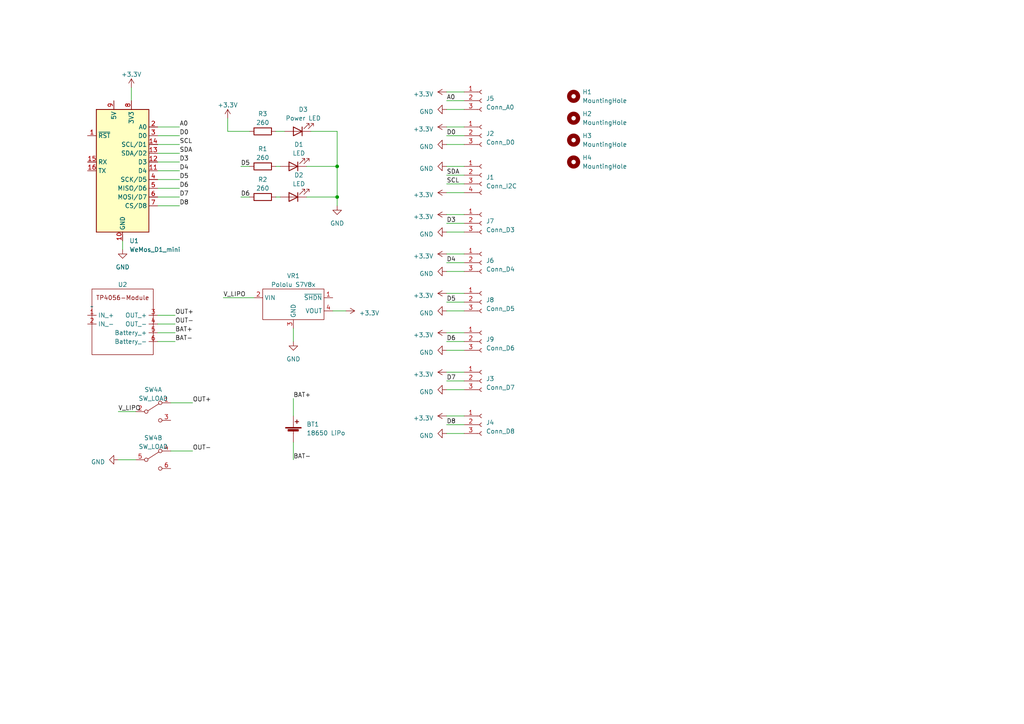
<source format=kicad_sch>
(kicad_sch (version 20230121) (generator eeschema)
  (paper "A4")
  (lib_symbols
    (symbol "Connector:Conn_01x03_Socket" (pin_names (offset 1.016) hide)
      (property "Reference" "J" (at 0 5.08 0))
      (property "Value" "Conn_01x03_Socket" (at 0 -5.08 0))
      (symbol "Conn_01x03_Socket_1_1"
        (arc (start 0 -2.032) (mid -0.5058 -2.54) (end 0 -3.048) (stroke (width 0.1524)))
        (polyline (pts (xy -1.27 -2.54) (xy -0.508 -2.54)) (stroke (width 0.1524)))
        (polyline (pts (xy -1.27 0) (xy -0.508 0)) (stroke (width 0.1524)))
        (polyline (pts (xy -1.27 2.54) (xy -0.508 2.54)) (stroke (width 0.1524)))
        (arc (start 0 0.508) (mid -0.5058 0) (end 0 -0.508) (stroke (width 0.1524)))
        (arc (start 0 3.048) (mid -0.5058 2.54) (end 0 2.032) (stroke (width 0.1524)))
        (pin passive line (at -5.08 2.54 0) (length 3.81) (name "Pin_1") (number "1"))
        (pin passive line (at -5.08 0 0) (length 3.81) (name "Pin_2") (number "2"))
        (pin passive line (at -5.08 -2.54 0) (length 3.81) (name "Pin_3") (number "3"))
      )
    )
    (symbol "Connector:Conn_01x04_Socket" (pin_names (offset 1.016) hide)
      (property "Reference" "J" (at 0 5.08 0))
      (property "Value" "Conn_01x04_Socket" (at 0 -7.62 0))
      (symbol "Conn_01x04_Socket_1_1"
        (arc (start 0 -4.572) (mid -0.5058 -5.08) (end 0 -5.588) (stroke (width 0.1524)))
        (arc (start 0 -2.032) (mid -0.5058 -2.54) (end 0 -3.048) (stroke (width 0.1524)))
        (polyline (pts (xy -1.27 -5.08) (xy -0.508 -5.08)) (stroke (width 0.1524)))
        (polyline (pts (xy -1.27 -2.54) (xy -0.508 -2.54)) (stroke (width 0.1524)))
        (polyline (pts (xy -1.27 0) (xy -0.508 0)) (stroke (width 0.1524)))
        (polyline (pts (xy -1.27 2.54) (xy -0.508 2.54)) (stroke (width 0.1524)))
        (arc (start 0 0.508) (mid -0.5058 0) (end 0 -0.508) (stroke (width 0.1524)))
        (arc (start 0 3.048) (mid -0.5058 2.54) (end 0 2.032) (stroke (width 0.1524)))
        (pin passive line (at -5.08 2.54 0) (length 3.81) (name "Pin_1") (number "1"))
        (pin passive line (at -5.08 0 0) (length 3.81) (name "Pin_2") (number "2"))
        (pin passive line (at -5.08 -2.54 0) (length 3.81) (name "Pin_3") (number "3"))
        (pin passive line (at -5.08 -5.08 0) (length 3.81) (name "Pin_4") (number "4"))
      )
    )
    (symbol "Device:Battery_Cell" (pin_numbers hide) (pin_names (offset 0) hide)
      (property "Reference" "BT" (at 2.54 2.54 0))
      (property "Value" "Battery_Cell" (at 2.54 0 0))
      (symbol "Battery_Cell_0_1"
        (rectangle (start -2.286 1.778) (end 2.286 1.524) (fill (type outline)))
        (rectangle (start -1.5748 1.1938) (end 1.4732 0.6858) (fill (type outline)))
        (polyline (pts (xy 0 0.762) (xy 0 0)))
        (polyline (pts (xy 0 1.778) (xy 0 2.54)))
        (polyline (pts (xy 0.508 3.429) (xy 1.524 3.429)) (stroke (width 0.254)))
        (polyline (pts (xy 1.016 3.937) (xy 1.016 2.921)) (stroke (width 0.254)))
      )
      (symbol "Battery_Cell_1_1"
        (pin passive line (at 0 5.08 270) (length 2.54) (name "+") (number "1"))
        (pin passive line (at 0 -2.54 90) (length 2.54) (name "-") (number "2"))
      )
    )
    (symbol "Device:LED" (pin_numbers hide) (pin_names (offset 1.016) hide)
      (property "Reference" "D" (at 0 2.54 0))
      (property "Value" "LED" (at 0 -2.54 0))
      (symbol "LED_0_1"
        (polyline (pts (xy -1.27 -1.27) (xy -1.27 1.27)) (stroke (width 0.254)))
        (polyline (pts (xy -1.27 0) (xy 1.27 0)))
        (polyline (pts (xy 1.27 -1.27) (xy 1.27 1.27) (xy -1.27 0) (xy 1.27 -1.27)) (stroke (width 0.254)))
        (polyline (pts (xy -3.048 -0.762) (xy -4.572 -2.286) (xy -3.81 -2.286) (xy -4.572 -2.286) (xy -4.572 -1.524)))
        (polyline (pts (xy -1.778 -0.762) (xy -3.302 -2.286) (xy -2.54 -2.286) (xy -3.302 -2.286) (xy -3.302 -1.524)))
      )
      (symbol "LED_1_1"
        (pin passive line (at -3.81 0 0) (length 2.54) (name "K") (number "1"))
        (pin passive line (at 3.81 0 180) (length 2.54) (name "A") (number "2"))
      )
    )
    (symbol "Device:R" (pin_numbers hide) (pin_names (offset 0))
      (property "Reference" "R" (at 2.032 0 90))
      (property "Value" "R" (at 0 0 90))
      (symbol "R_0_1"
        (rectangle (start -1.016 -2.54) (end 1.016 2.54) (stroke (width 0.254)))
      )
      (symbol "R_1_1"
        (pin passive line (at 0 3.81 270) (length 1.27) (name "~") (number "1"))
        (pin passive line (at 0 -3.81 90) (length 1.27) (name "~") (number "2"))
      )
    )
    (symbol "HB-Custom-Parts:Pololu_S7V8x_Voltage_Regulator" (in_bom no)
      (property "Reference" "VR" (at -6.35 6.35 0))
      (property "Value" "Pololu S7V8x" (at 10.16 6.35 0))
      (symbol "Pololu_S7V8x_Voltage_Regulator_0_1"
        (rectangle (start -7.62 5.08) (end 10.16 -3.81))
      )
      (symbol "Pololu_S7V8x_Voltage_Regulator_1_1"
        (pin passive line (at 12.7 2.54 180) (length 2.54) (name "~{SHDN}") (number "1"))
        (pin power_in line (at -10.16 2.54 0) (length 2.54) (name "VIN") (number "2"))
        (pin power_in line (at 1.27 -6.35 90) (length 2.54) (name "GND") (number "3"))
        (pin power_out line (at 12.7 -1.27 180) (length 2.54) (name "VOUT") (number "4"))
      )
    )
    (symbol "HB-Custom-Parts:TP4056-Module"
      (property "Reference" "U" (at 0 0 0))
      (symbol "TP4056-Module_0_1"
        (rectangle (start -7.62 10.16) (end 10.16 -8.89))
      )
      (symbol "TP4056-Module_1_1"
        (text "TP4056-Module" (at 1.27 7.62 0) (effects (font (size 1.27 1.27))))
        (pin power_in line (at -8.89 2.54 0) (length 2.54) (name "IN_+") (number "1"))
        (pin power_in line (at -8.89 0 0) (length 2.54) (name "IN_-") (number "2"))
        (pin power_out line (at 11.43 2.54 180) (length 2.54) (name "OUT_+") (number "3"))
        (pin power_out line (at 11.43 0 180) (length 2.54) (name "OUT_-") (number "4"))
        (pin bidirectional line (at 11.43 -2.54 180) (length 2.54) (name "Battery_+") (number "5"))
        (pin bidirectional line (at 11.43 -5.08 180) (length 2.54) (name "Battery_-") (number "6"))
      )
    )
    (symbol "MCU_Module:WeMos_D1_mini"
      (property "Reference" "U" (at 3.81 19.05 0))
      (property "Value" "WeMos_D1_mini" (at 1.27 -19.05 0))
      (symbol "WeMos_D1_mini_1_1"
        (rectangle (start -7.62 17.78) (end 7.62 -17.78) (stroke (width 0.254)) (fill (type background)))
        (pin input line (at -10.16 10.16 0) (length 2.54) (name "~{RST}") (number "1"))
        (pin power_in line (at 0 -20.32 90) (length 2.54) (name "GND") (number "10"))
        (pin bidirectional line (at 10.16 0 180) (length 2.54) (name "D4") (number "11"))
        (pin bidirectional line (at 10.16 2.54 180) (length 2.54) (name "D3") (number "12"))
        (pin bidirectional line (at 10.16 5.08 180) (length 2.54) (name "SDA/D2") (number "13"))
        (pin bidirectional line (at 10.16 7.62 180) (length 2.54) (name "SCL/D1") (number "14"))
        (pin input line (at -10.16 2.54 0) (length 2.54) (name "RX") (number "15"))
        (pin output line (at -10.16 0 0) (length 2.54) (name "TX") (number "16"))
        (pin input line (at 10.16 12.7 180) (length 2.54) (name "A0") (number "2"))
        (pin bidirectional line (at 10.16 10.16 180) (length 2.54) (name "D0") (number "3"))
        (pin bidirectional line (at 10.16 -2.54 180) (length 2.54) (name "SCK/D5") (number "4"))
        (pin bidirectional line (at 10.16 -5.08 180) (length 2.54) (name "MISO/D6") (number "5"))
        (pin bidirectional line (at 10.16 -7.62 180) (length 2.54) (name "MOSI/D7") (number "6"))
        (pin bidirectional line (at 10.16 -10.16 180) (length 2.54) (name "CS/D8") (number "7"))
        (pin power_out line (at 2.54 20.32 270) (length 2.54) (name "3V3") (number "8"))
        (pin power_in line (at -2.54 20.32 270) (length 2.54) (name "5V") (number "9"))
      )
    )
    (symbol "Mechanical:MountingHole" (pin_names (offset 1.016))
      (property "Reference" "H" (at 0 5.08 0))
      (property "Value" "MountingHole" (at 0 3.175 0))
      (symbol "MountingHole_0_1"
        (circle (center 0 0) (radius 1.27) (stroke (width 1.27)))
      )
    )
    (symbol "Switch:SW_DPDT_x2" (pin_names (offset 0) hide)
      (property "Reference" "SW" (at 0 4.318 0))
      (property "Value" "SW_DPDT_x2" (at 0 -5.08 0))
      (symbol "SW_DPDT_x2_0_0"
        (circle (center -2.032 0) (radius 0.508))
        (circle (center 2.032 -2.54) (radius 0.508))
      )
      (symbol "SW_DPDT_x2_0_1"
        (polyline (pts (xy -1.524 0.254) (xy 1.651 2.286)))
        (circle (center 2.032 2.54) (radius 0.508))
      )
      (symbol "SW_DPDT_x2_1_1"
        (pin passive line (at 5.08 2.54 180) (length 2.54) (name "A") (number "1"))
        (pin passive line (at -5.08 0 0) (length 2.54) (name "B") (number "2"))
        (pin passive line (at 5.08 -2.54 180) (length 2.54) (name "C") (number "3"))
      )
      (symbol "SW_DPDT_x2_2_1"
        (pin passive line (at 5.08 2.54 180) (length 2.54) (name "A") (number "4"))
        (pin passive line (at -5.08 0 0) (length 2.54) (name "B") (number "5"))
        (pin passive line (at 5.08 -2.54 180) (length 2.54) (name "C") (number "6"))
      )
    )
    (symbol "power:+3.3V" (power) (pin_names (offset 0))
      (property "Value" "+3.3V" (at 0 3.556 0))
      (symbol "+3.3V_0_1"
        (polyline (pts (xy -0.762 1.27) (xy 0 2.54)))
        (polyline (pts (xy 0 0) (xy 0 2.54)))
        (polyline (pts (xy 0 2.54) (xy 0.762 1.27)))
      )
      (symbol "+3.3V_1_1"
        (pin power_in line (at 0 0 90) (length 0) hide (name "+3.3V") (number "1"))
      )
    )
    (symbol "power:GND" (power) (pin_names (offset 0))
      (property "Value" "GND" (at 0 -3.81 0))
      (symbol "GND_0_1"
        (polyline (pts (xy 0 0) (xy 0 -1.27) (xy 1.27 -1.27) (xy 0 -2.54) (xy -1.27 -1.27) (xy 0 -1.27)))
      )
      (symbol "GND_1_1"
        (pin power_in line (at 0 0 270) (length 0) hide (name "GND") (number "1"))
      )
    )
  )
  (junction (at 97.79 48.26))
  (junction (at 97.79 57.15))
  (wire (pts (xy 129.54 110.49) (xy 134.62 110.49)))
  (wire (pts (xy 64.77 86.36) (xy 73.66 86.36)))
  (wire (pts (xy 85.09 95.25) (xy 85.09 99.06)))
  (wire (pts (xy 34.29 119.38) (xy 39.37 119.38)))
  (wire (pts (xy 45.72 36.83) (xy 52.07 36.83)))
  (wire (pts (xy 49.53 116.84) (xy 55.88 116.84)))
  (wire (pts (xy 129.54 67.31) (xy 134.62 67.31)))
  (wire (pts (xy 129.54 101.6) (xy 134.62 101.6)))
  (wire (pts (xy 129.54 99.06) (xy 134.62 99.06)))
  (wire (pts (xy 45.72 44.45) (xy 52.07 44.45)))
  (wire (pts (xy 129.54 64.77) (xy 134.62 64.77)))
  (wire (pts (xy 129.54 36.83) (xy 134.62 36.83)))
  (wire (pts (xy 45.72 59.69) (xy 52.07 59.69)))
  (wire (pts (xy 129.54 90.17) (xy 134.62 90.17)))
  (wire (pts (xy 85.09 115.57) (xy 85.09 120.65)))
  (wire (pts (xy 129.54 125.73) (xy 134.62 125.73)))
  (wire (pts (xy 66.04 34.29) (xy 66.04 38.1)))
  (wire (pts (xy 134.62 26.67) (xy 129.54 26.67)))
  (wire (pts (xy 45.72 39.37) (xy 52.07 39.37)))
  (wire (pts (xy 129.54 50.8) (xy 134.62 50.8)))
  (wire (pts (xy 129.54 123.19) (xy 134.62 123.19)))
  (wire (pts (xy 69.85 57.15) (xy 72.39 57.15)))
  (wire (pts (xy 97.79 48.26) (xy 97.79 57.15)))
  (wire (pts (xy 38.1 25.4) (xy 38.1 29.21)))
  (wire (pts (xy 45.72 99.06) (xy 50.8 99.06)))
  (wire (pts (xy 97.79 38.1) (xy 97.79 48.26)))
  (wire (pts (xy 129.54 29.21) (xy 134.62 29.21)))
  (wire (pts (xy 69.85 48.26) (xy 72.39 48.26)))
  (wire (pts (xy 129.54 78.74) (xy 134.62 78.74)))
  (wire (pts (xy 80.01 57.15) (xy 81.28 57.15)))
  (wire (pts (xy 129.54 53.34) (xy 134.62 53.34)))
  (wire (pts (xy 129.54 39.37) (xy 134.62 39.37)))
  (wire (pts (xy 45.72 57.15) (xy 52.07 57.15)))
  (wire (pts (xy 134.62 107.95) (xy 129.54 107.95)))
  (wire (pts (xy 45.72 93.98) (xy 50.8 93.98)))
  (wire (pts (xy 45.72 52.07) (xy 52.07 52.07)))
  (wire (pts (xy 134.62 120.65) (xy 129.54 120.65)))
  (wire (pts (xy 80.01 38.1) (xy 82.55 38.1)))
  (wire (pts (xy 45.72 96.52) (xy 50.8 96.52)))
  (wire (pts (xy 129.54 41.91) (xy 134.62 41.91)))
  (wire (pts (xy 45.72 49.53) (xy 52.07 49.53)))
  (wire (pts (xy 129.54 76.2) (xy 134.62 76.2)))
  (wire (pts (xy 45.72 41.91) (xy 52.07 41.91)))
  (wire (pts (xy 97.79 57.15) (xy 97.79 59.69)))
  (wire (pts (xy 35.56 69.85) (xy 35.56 72.39)))
  (wire (pts (xy 129.54 87.63) (xy 134.62 87.63)))
  (wire (pts (xy 96.52 90.17) (xy 100.33 90.17)))
  (wire (pts (xy 45.72 91.44) (xy 50.8 91.44)))
  (wire (pts (xy 134.62 73.66) (xy 129.54 73.66)))
  (wire (pts (xy 49.53 130.81) (xy 55.88 130.81)))
  (wire (pts (xy 129.54 55.88) (xy 134.62 55.88)))
  (wire (pts (xy 90.17 38.1) (xy 97.79 38.1)))
  (wire (pts (xy 45.72 54.61) (xy 52.07 54.61)))
  (wire (pts (xy 134.62 62.23) (xy 129.54 62.23)))
  (wire (pts (xy 85.09 128.27) (xy 85.09 133.35)))
  (wire (pts (xy 134.62 96.52) (xy 129.54 96.52)))
  (wire (pts (xy 129.54 31.75) (xy 134.62 31.75)))
  (wire (pts (xy 129.54 48.26) (xy 134.62 48.26)))
  (wire (pts (xy 88.9 48.26) (xy 97.79 48.26)))
  (wire (pts (xy 134.62 85.09) (xy 129.54 85.09)))
  (wire (pts (xy 129.54 113.03) (xy 134.62 113.03)))
  (wire (pts (xy 66.04 38.1) (xy 72.39 38.1)))
  (wire (pts (xy 34.29 133.35) (xy 39.37 133.35)))
  (wire (pts (xy 88.9 57.15) (xy 97.79 57.15)))
  (wire (pts (xy 45.72 46.99) (xy 52.07 46.99)))
  (wire (pts (xy 80.01 48.26) (xy 81.28 48.26)))
  (label "D6" (at 69.85 57.15 0))
  (label "D7" (at 129.54 110.49 0))
  (label "SCL" (at 129.54 53.34 0))
  (label "BAT-" (at 50.8 99.06 0))
  (label "D5" (at 129.54 87.63 0))
  (label "BAT+" (at 85.09 115.57 0))
  (label "SCL" (at 52.07 41.91 0))
  (label "SDA" (at 52.07 44.45 0))
  (label "D5" (at 52.07 52.07 0))
  (label "OUT-" (at 50.8 93.98 0))
  (label "V_LIPO" (at 64.77 86.36 0))
  (label "D8" (at 52.07 59.69 0))
  (label "D0" (at 52.07 39.37 0))
  (label "D6" (at 52.07 54.61 0))
  (label "A0" (at 52.07 36.83 0))
  (label "OUT+" (at 55.88 116.84 0))
  (label "D8" (at 129.54 123.19 0))
  (label "D3" (at 129.54 64.77 0))
  (label "D0" (at 129.54 39.37 0))
  (label "D3" (at 52.07 46.99 0))
  (label "D4" (at 129.54 76.2 0))
  (label "V_LIPO" (at 34.29 119.38 0))
  (label "OUT-" (at 55.88 130.81 0))
  (label "D6" (at 129.54 99.06 0))
  (label "D4" (at 52.07 49.53 0))
  (label "BAT+" (at 50.8 96.52 0))
  (label "OUT+" (at 50.8 91.44 0))
  (label "SDA" (at 129.54 50.8 0))
  (label "BAT-" (at 85.09 133.35 0))
  (label "A0" (at 129.54 29.21 0))
  (label "D5" (at 69.85 48.26 0))
  (label "D7" (at 52.07 57.15 0))
  (symbol (lib_id "Device:LED") (at 85.09 48.26 180) (unit 1)
    (property "Reference" "D1" (at 86.6775 41.91 0))
    (property "Value" "LED" (at 86.6775 44.45 0))
    (property "Footprint" "LED_SMD:LED_1210_3225Metric_Pad1.42x2.65mm_HandSolder" (effects hide))
  )
  (symbol (lib_id "Connector:Conn_01x03_Socket") (at 139.7 76.2 0) (unit 1)
    (property "Reference" "J6" (at 140.97 75.565 0) (effects (justify left)))
    (property "Value" "Conn_D4" (at 140.97 78.105 0) (effects (justify left)))
    (property "Footprint" "Connector_Molex:Molex_KK-254_AE-6410-03A_1x03_P2.54mm_Vertical" (effects hide))
  )
  (symbol (lib_id "power:GND") (at 85.09 99.06 0) (unit 1)
    (property "Reference" "#PWR04" (effects hide))
    (property "Value" "GND" (at 85.09 104.14 0))
  )
  (symbol (lib_id "power:GND") (at 129.54 48.26 270) (unit 1)
    (property "Reference" "#PWR05" (effects hide))
    (property "Value" "GND" (at 125.73 48.895 90) (effects (justify right)))
  )
  (symbol (lib_id "power:GND") (at 129.54 41.91 270) (unit 1)
    (property "Reference" "#PWR010" (effects hide))
    (property "Value" "GND" (at 125.73 42.545 90) (effects (justify right)))
  )
  (symbol (lib_id "power:GND") (at 35.56 72.39 0) (unit 1)
    (property "Reference" "#PWR02" (effects hide))
    (property "Value" "GND" (at 35.56 77.47 0))
  )
  (symbol (lib_id "Device:LED") (at 86.36 38.1 180) (unit 1)
    (property "Reference" "D3" (at 87.9475 31.75 0))
    (property "Value" "Power LED" (at 87.9475 34.29 0))
    (property "Footprint" "LED_SMD:LED_1210_3225Metric_Pad1.42x2.65mm_HandSolder" (effects hide))
  )
  (symbol (lib_id "Mechanical:MountingHole") (at 166.37 27.94 0) (unit 1)
    (property "Reference" "H1" (at 168.91 26.67 0) (effects (justify left)))
    (property "Value" "MountingHole" (at 168.91 29.21 0) (effects (justify left)))
    (property "Footprint" "MountingHole:MountingHole_3.2mm_M3" (effects hide))
  )
  (symbol (lib_id "Device:R") (at 76.2 48.26 90) (unit 1)
    (property "Reference" "R1" (at 76.2 43.18 90))
    (property "Value" "260" (at 76.2 45.72 90))
    (property "Footprint" "Resistor_SMD:R_1206_3216Metric_Pad1.30x1.75mm_HandSolder" (effects hide))
  )
  (symbol (lib_id "Connector:Conn_01x03_Socket") (at 139.7 123.19 0) (unit 1)
    (property "Reference" "J4" (at 140.97 122.555 0) (effects (justify left)))
    (property "Value" "Conn_D8" (at 140.97 125.095 0) (effects (justify left)))
    (property "Footprint" "Connector_Molex:Molex_KK-254_AE-6410-03A_1x03_P2.54mm_Vertical" (effects hide))
  )
  (symbol (lib_id "power:+3.3V") (at 129.54 62.23 90) (unit 1)
    (property "Reference" "#PWR019" (effects hide))
    (property "Value" "+3.3V" (at 125.73 62.865 90) (effects (justify left)))
  )
  (symbol (lib_id "power:+3.3V") (at 129.54 55.88 90) (unit 1)
    (property "Reference" "#PWR07" (effects hide))
    (property "Value" "+3.3V" (at 125.73 56.515 90) (effects (justify left)))
  )
  (symbol (lib_id "Device:LED") (at 85.09 57.15 180) (unit 1)
    (property "Reference" "D2" (at 86.6775 50.8 0))
    (property "Value" "LED" (at 86.6775 53.34 0))
    (property "Footprint" "LED_SMD:LED_1210_3225Metric_Pad1.42x2.65mm_HandSolder" (effects hide))
  )
  (symbol (lib_id "power:+3.3V") (at 100.33 90.17 270) (unit 1)
    (property "Reference" "#PWR06" (effects hide))
    (property "Value" "+3.3V" (at 104.14 90.805 90) (effects (justify left)))
  )
  (symbol (lib_id "Connector:Conn_01x03_Socket") (at 139.7 87.63 0) (unit 1)
    (property "Reference" "J8" (at 140.97 86.995 0) (effects (justify left)))
    (property "Value" "Conn_D5" (at 140.97 89.535 0) (effects (justify left)))
    (property "Footprint" "Connector_Molex:Molex_KK-254_AE-6410-03A_1x03_P2.54mm_Vertical" (effects hide))
  )
  (symbol (lib_id "power:GND") (at 97.79 59.69 0) (unit 1)
    (property "Reference" "#PWR03" (effects hide))
    (property "Value" "GND" (at 97.79 64.77 0))
  )
  (symbol (lib_id "power:GND") (at 129.54 101.6 270) (unit 1)
    (property "Reference" "#PWR025" (effects hide))
    (property "Value" "GND" (at 125.73 102.235 90) (effects (justify right)))
  )
  (symbol (lib_id "power:+3.3V") (at 129.54 120.65 90) (unit 1)
    (property "Reference" "#PWR012" (effects hide))
    (property "Value" "+3.3V" (at 125.73 121.285 90) (effects (justify left)))
  )
  (symbol (lib_id "Connector:Conn_01x03_Socket") (at 139.7 29.21 0) (unit 1)
    (property "Reference" "J5" (at 140.97 28.575 0) (effects (justify left)))
    (property "Value" "Conn_A0" (at 140.97 31.115 0) (effects (justify left)))
    (property "Footprint" "Connector_Molex:Molex_KK-254_AE-6410-03A_1x03_P2.54mm_Vertical" (effects hide))
  )
  (symbol (lib_id "MCU_Module:WeMos_D1_mini") (at 35.56 49.53 0) (unit 1)
    (property "Reference" "U1" (at 37.5159 69.85 0) (effects (justify left)))
    (property "Value" "WeMos_D1_mini" (at 37.5159 72.39 0) (effects (justify left)))
    (property "Footprint" "Module:WEMOS_D1_mini_light" (effects hide))
    (property "Datasheet" "https://wiki.wemos.cc/products:d1:d1_mini#documentation" (effects hide))
  )
  (symbol (lib_id "power:GND") (at 129.54 31.75 270) (unit 1)
    (property "Reference" "#PWR015" (effects hide))
    (property "Value" "GND" (at 125.73 32.385 90) (effects (justify right)))
  )
  (symbol (lib_id "Switch:SW_DPDT_x2") (at 44.45 133.35 0) (unit 2)
    (property "Reference" "SW4" (at 44.45 127 0))
    (property "Value" "SW_LOAD" (at 44.45 129.54 0))
    (property "Footprint" "HB-Custom-Parts:SK22D07_DPDT_slide_switch" (effects hide))
  )
  (symbol (lib_id "power:GND") (at 129.54 113.03 270) (unit 1)
    (property "Reference" "#PWR09" (effects hide))
    (property "Value" "GND" (at 125.73 113.665 90) (effects (justify right)))
  )
  (symbol (lib_id "power:GND") (at 129.54 125.73 270) (unit 1)
    (property "Reference" "#PWR013" (effects hide))
    (property "Value" "GND" (at 125.73 126.365 90) (effects (justify right)))
  )
  (symbol (lib_id "Connector:Conn_01x03_Socket") (at 139.7 110.49 0) (unit 1)
    (property "Reference" "J3" (at 140.97 109.855 0) (effects (justify left)))
    (property "Value" "Conn_D7" (at 140.97 112.395 0) (effects (justify left)))
    (property "Footprint" "Connector_Molex:Molex_KK-254_AE-6410-03A_1x03_P2.54mm_Vertical" (effects hide))
  )
  (symbol (lib_id "power:+3.3V") (at 38.1 25.4 0) (unit 1)
    (property "Reference" "#PWR01" (effects hide))
    (property "Value" "+3.3V" (at 38.1 21.59 0))
  )
  (symbol (lib_id "power:GND") (at 129.54 67.31 270) (unit 1)
    (property "Reference" "#PWR020" (effects hide))
    (property "Value" "GND" (at 125.73 67.945 90) (effects (justify right)))
  )
  (symbol (lib_id "Mechanical:MountingHole") (at 166.37 40.64 0) (unit 1)
    (property "Reference" "H3" (at 168.91 39.37 0) (effects (justify left)))
    (property "Value" "MountingHole" (at 168.91 41.91 0) (effects (justify left)))
    (property "Footprint" "MountingHole:MountingHole_3.2mm_M3" (effects hide))
  )
  (symbol (lib_id "Connector:Conn_01x03_Socket") (at 139.7 64.77 0) (unit 1)
    (property "Reference" "J7" (at 140.97 64.135 0) (effects (justify left)))
    (property "Value" "Conn_D3" (at 140.97 66.675 0) (effects (justify left)))
    (property "Footprint" "Connector_Molex:Molex_KK-254_AE-6410-03A_1x03_P2.54mm_Vertical" (effects hide))
  )
  (symbol (lib_id "HB-Custom-Parts:Pololu_S7V8x_Voltage_Regulator") (at 83.82 88.9 0) (unit 1) (in_bom no)
    (property "Reference" "VR1" (at 85.09 80.01 0))
    (property "Value" "Pololu S7V8x" (at 85.09 82.55 0))
    (property "Footprint" "HB-Custom-Parts:Pololu S7V8x Voltage Regulator" (effects hide))
  )
  (symbol (lib_id "Mechanical:MountingHole") (at 166.37 34.29 0) (unit 1)
    (property "Reference" "H2" (at 168.91 33.02 0) (effects (justify left)))
    (property "Value" "MountingHole" (at 168.91 35.56 0) (effects (justify left)))
    (property "Footprint" "MountingHole:MountingHole_3.2mm_M3" (effects hide))
  )
  (symbol (lib_id "Device:R") (at 76.2 38.1 90) (unit 1)
    (property "Reference" "R3" (at 76.2 33.02 90))
    (property "Value" "260" (at 76.2 35.56 90))
    (property "Footprint" "Resistor_SMD:R_1206_3216Metric_Pad1.30x1.75mm_HandSolder" (effects hide))
  )
  (symbol (lib_id "power:+3.3V") (at 129.54 73.66 90) (unit 1)
    (property "Reference" "#PWR017" (effects hide))
    (property "Value" "+3.3V" (at 125.73 74.295 90) (effects (justify left)))
  )
  (symbol (lib_id "HB-Custom-Parts:TP4056-Module") (at 34.29 93.98 0) (unit 1)
    (property "Reference" "U2" (at 35.56 82.55 0))
    (property "Value" "~" (at 26.67 88.9 0))
    (property "Footprint" "HB-Custom-Parts:TP4056-Module" (effects hide))
  )
  (symbol (lib_id "Connector:Conn_01x04_Socket") (at 139.7 50.8 0) (unit 1)
    (property "Reference" "J1" (at 140.97 51.435 0) (effects (justify left)))
    (property "Value" "Conn_I2C" (at 140.97 53.975 0) (effects (justify left)))
    (property "Footprint" "Connector_Molex:Molex_KK-254_AE-6410-04A_1x04_P2.54mm_Vertical" (effects hide))
  )
  (symbol (lib_id "power:GND") (at 129.54 78.74 270) (unit 1)
    (property "Reference" "#PWR018" (effects hide))
    (property "Value" "GND" (at 125.73 79.375 90) (effects (justify right)))
  )
  (symbol (lib_id "power:GND") (at 34.29 133.35 270) (unit 1)
    (property "Reference" "#PWR016" (effects hide))
    (property "Value" "GND" (at 30.48 133.985 90) (effects (justify right)))
  )
  (symbol (lib_id "power:+3.3V") (at 129.54 26.67 90) (unit 1)
    (property "Reference" "#PWR014" (effects hide))
    (property "Value" "+3.3V" (at 125.73 27.305 90) (effects (justify left)))
  )
  (symbol (lib_id "Connector:Conn_01x03_Socket") (at 139.7 39.37 0) (unit 1)
    (property "Reference" "J2" (at 140.97 38.735 0) (effects (justify left)))
    (property "Value" "Conn_D0" (at 140.97 41.275 0) (effects (justify left)))
    (property "Footprint" "Connector_Molex:Molex_KK-254_AE-6410-03A_1x03_P2.54mm_Vertical" (effects hide))
  )
  (symbol (lib_id "Switch:SW_DPDT_x2") (at 44.45 119.38 0) (unit 1)
    (property "Reference" "SW4" (at 44.45 113.03 0))
    (property "Value" "SW_LOAD" (at 44.45 115.57 0))
    (property "Footprint" "HB-Custom-Parts:SK22D07_DPDT_slide_switch" (effects hide))
  )
  (symbol (lib_id "power:+3.3V") (at 129.54 107.95 90) (unit 1)
    (property "Reference" "#PWR011" (effects hide))
    (property "Value" "+3.3V" (at 125.73 108.585 90) (effects (justify left)))
  )
  (symbol (lib_id "power:+3.3V") (at 129.54 85.09 90) (unit 1)
    (property "Reference" "#PWR022" (effects hide))
    (property "Value" "+3.3V" (at 125.73 85.725 90) (effects (justify left)))
  )
  (symbol (lib_id "power:+3.3V") (at 66.04 34.29 0) (unit 1)
    (property "Reference" "#PWR021" (effects hide))
    (property "Value" "+3.3V" (at 66.04 30.48 0))
  )
  (symbol (lib_id "Mechanical:MountingHole") (at 166.37 46.99 0) (unit 1)
    (property "Reference" "H4" (at 168.91 45.72 0) (effects (justify left)))
    (property "Value" "MountingHole" (at 168.91 48.26 0) (effects (justify left)))
    (property "Footprint" "MountingHole:MountingHole_3.2mm_M3" (effects hide))
  )
  (symbol (lib_id "Connector:Conn_01x03_Socket") (at 139.7 99.06 0) (unit 1)
    (property "Reference" "J9" (at 140.97 98.425 0) (effects (justify left)))
    (property "Value" "Conn_D6" (at 140.97 100.965 0) (effects (justify left)))
    (property "Footprint" "Connector_Molex:Molex_KK-254_AE-6410-03A_1x03_P2.54mm_Vertical" (effects hide))
  )
  (symbol (lib_id "power:+3.3V") (at 129.54 96.52 90) (unit 1)
    (property "Reference" "#PWR024" (effects hide))
    (property "Value" "+3.3V" (at 125.73 97.155 90) (effects (justify left)))
  )
  (symbol (lib_id "power:GND") (at 129.54 90.17 270) (unit 1)
    (property "Reference" "#PWR023" (effects hide))
    (property "Value" "GND" (at 125.73 90.805 90) (effects (justify right)))
  )
  (symbol (lib_id "power:+3.3V") (at 129.54 36.83 90) (unit 1)
    (property "Reference" "#PWR08" (effects hide))
    (property "Value" "+3.3V" (at 125.73 37.465 90) (effects (justify left)))
  )
  (symbol (lib_id "Device:Battery_Cell") (at 85.09 125.73 0) (unit 1)
    (property "Reference" "BT1" (at 88.9 123.063 0) (effects (justify left)))
    (property "Value" "18650 LiPo" (at 88.9 125.603 0) (effects (justify left)))
    (property "Footprint" "HB-Custom-Parts:BatteryHolder_Keystone_1042_1x18650_different_silkscreen" (effects hide))
  )
  (symbol (lib_id "Device:R") (at 76.2 57.15 90) (unit 1)
    (property "Reference" "R2" (at 76.2 52.07 90))
    (property "Value" "260" (at 76.2 54.61 90))
    (property "Footprint" "Resistor_SMD:R_1206_3216Metric_Pad1.30x1.75mm_HandSolder" (effects hide))
  )
)
</source>
